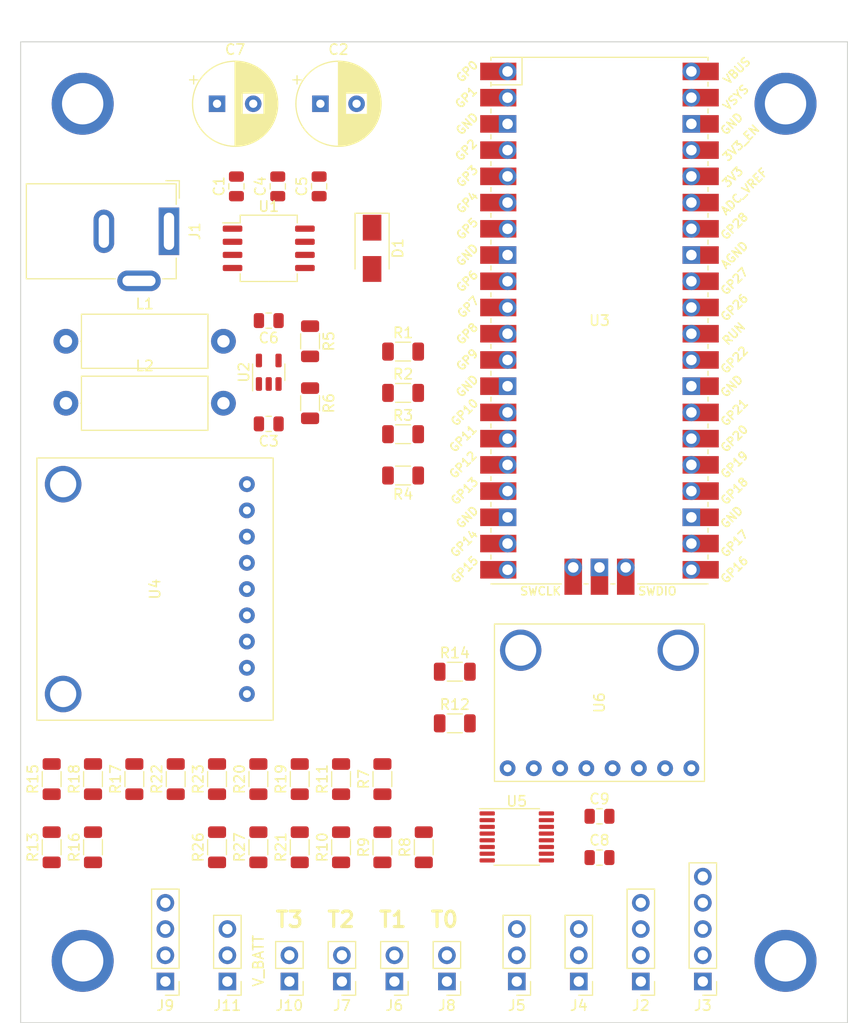
<source format=kicad_pcb>
(kicad_pcb (version 20211014) (generator pcbnew)
  (layers (0 "F.Cu" signal) (31 "B.Cu" signal) (34 "B.Paste" user) (35 "F.Paste" user) (36 "B.SilkS" user "B.Silkscreen") (37 "F.SilkS" user "F.Silkscreen") (38 "B.Mask" user) (39 "F.Mask" user) (44 "Edge.Cuts" user))
  (net 0 "")
  (net 1 "Net-(C1-Pad2)")
  (net 2 "GND")
  (net 3 "I2C_SCL")
  (net 4 "+5V")
  (net 5 "Net-(J3-Pad5)")
  (net 6 "THERM_1")
  (net 7 "THERM_2")
  (net 8 "THERM_0")
  (net 9 "Net-(J3-Pad2)")
  (net 10 "Net-(J3-Pad3)")
  (net 11 "Net-(J3-Pad4)")
  (net 12 "Net-(R15-Pad2)")
  (net 13 "I2C_SDA")
  (net 14 "Net-(R17-Pad2)")
  (net 15 "Net-(R22-Pad2)")
  (net 16 "Net-(J11-Pad2)")
  (net 17 "SPD_0")
  (net 18 "SPD_1")
  (net 19 "Net-(J10-Pad2)")
  (net 20 "+3V3")
  (net 21 "Net-(R4-Pad2)")
  (net 22 "Net-(J11-Pad3)")
  (net 23 "Net-(R1-Pad2)")
  (net 24 "Net-(R2-Pad2)")
  (net 25 "Net-(R3-Pad2)")
  (net 26 "SPI_SCK")
  (net 27 "SPI_TX")
  (net 28 "SPI_RX")
  (net 29 "I2C0_SDA")
  (net 30 "I2C0_SCL")
  (net 31 "Net-(L2-Pad1)")
  (net 32 "THERM_3")
  (net 33 "SD_DET")
  (net 34 "ACC_INT")
  (net 35 "Net-(R5-Pad2)")
  (net 40 "SD_CS")
  (net 53 "Net-(C8-Pad1)")
  (net 54 "Net-(C1-Pad1)")
  (net 55 "Net-(C3-Pad2)")
  (net 56 "Net-(D1-Pad2)")
  (net 57 "Net-(J9-Pad3)")
  (net 58 "Net-(J9-Pad4)")
  (net 62 "Net-(R26-Pad2)")
  (footprint "Resistor_SMD:R_1206_3216Metric" (layer "F.Cu") (at 23 83.4 90)
    (fp_text reference "R17" (at 0 -1.82 90) (layer "F.SilkS"))
    (fp_text value "10k")
    (pad "1" smd roundrect (at -1.4625 0 90) (size 1.125 1.75) (layers "F.Cu" "F.Paste" "F.Mask") (roundrect_rratio 0.222222) (net 58 "Net-(J9-Pad4)"))
    (pad "2" smd roundrect (at 1.4625 0 90) (size 1.125 1.75) (layers "F.Cu" "F.Paste" "F.Mask") (roundrect_rratio 0.222222) (net 14 "Net-(R17-Pad2)"))
  )
  (footprint "Resistor_SMD:R_1206_3216Metric" (layer "F.Cu") (at 19 83.4 90)
    (fp_text reference "R18" (at 0 -1.82 90) (layer "F.SilkS"))
    (fp_text value "10k")
    (pad "1" smd roundrect (at -1.4625 0 90) (size 1.125 1.75) (layers "F.Cu" "F.Paste" "F.Mask") (roundrect_rratio 0.222222) (net 14 "Net-(R17-Pad2)"))
    (pad "2" smd roundrect (at 1.4625 0 90) (size 1.125 1.75) (layers "F.Cu" "F.Paste" "F.Mask") (roundrect_rratio 0.222222) (net 2 "GND"))
  )
  (footprint "Package_SO:TSSOP-16_4.4x5mm_P0.65mm" (layer "F.Cu") (at 60 89)
    (fp_text reference "U5" (at 0 -3.45) (layer "F.SilkS"))
    (fp_text value "ADS7830")
    (pad "1" smd roundrect (at -2.8625 -2.275) (size 1.475 0.4) (layers "F.Cu" "F.Paste" "F.Mask") (net 15 "Net-(R22-Pad2)"))
    (pad "2" smd roundrect (at -2.8625 -1.625) (size 1.475 0.4) (layers "F.Cu" "F.Paste" "F.Mask") (net 62 "Net-(R26-Pad2)"))
    (pad "3" smd roundrect (at -2.8625 -0.975) (size 1.475 0.4) (layers "F.Cu" "F.Paste" "F.Mask") (net 12 "Net-(R15-Pad2)"))
    (pad "4" smd roundrect (at -2.8625 -0.325) (size 1.475 0.4) (layers "F.Cu" "F.Paste" "F.Mask") (net 14 "Net-(R17-Pad2)"))
    (pad "5" smd roundrect (at -2.8625 0.325) (size 1.475 0.4) (layers "F.Cu" "F.Paste" "F.Mask") (net 8 "THERM_0"))
    (pad "6" smd roundrect (at -2.8625 0.975) (size 1.475 0.4) (layers "F.Cu" "F.Paste" "F.Mask") (net 6 "THERM_1"))
    (pad "7" smd roundrect (at -2.8625 1.625) (size 1.475 0.4) (layers "F.Cu" "F.Paste" "F.Mask") (net 7 "THERM_2"))
    (pad "8" smd roundrect (at -2.8625 2.275) (size 1.475 0.4) (layers "F.Cu" "F.Paste" "F.Mask") (net 32 "THERM_3"))
    (pad "9" smd roundrect (at 2.8625 2.275) (size 1.475 0.4) (layers "F.Cu" "F.Paste" "F.Mask") (net 2 "GND"))
    (pad "10" smd roundrect (at 2.8625 1.625) (size 1.475 0.4) (layers "F.Cu" "F.Paste" "F.Mask") (net 53 "Net-(C8-Pad1)"))
    (pad "11" smd roundrect (at 2.8625 0.975) (size 1.475 0.4) (layers "F.Cu" "F.Paste" "F.Mask") (net 2 "GND"))
    (pad "12" smd roundrect (at 2.8625 0.325) (size 1.475 0.4) (layers "F.Cu" "F.Paste" "F.Mask") (net 2 "GND"))
    (pad "13" smd roundrect (at 2.8625 -0.325) (size 1.475 0.4) (layers "F.Cu" "F.Paste" "F.Mask") (net 2 "GND"))
    (pad "14" smd roundrect (at 2.8625 -0.975) (size 1.475 0.4) (layers "F.Cu" "F.Paste" "F.Mask") (net 3 "I2C_SCL"))
    (pad "15" smd roundrect (at 2.8625 -1.625) (size 1.475 0.4) (layers "F.Cu" "F.Paste" "F.Mask") (net 13 "I2C_SDA"))
    (pad "16" smd roundrect (at 2.8625 -2.275) (size 1.475 0.4) (layers "F.Cu" "F.Paste" "F.Mask") (net 20 "+3V3"))
  )
  (footprint "Capacitor_SMD:C_0805_2012Metric" (layer "F.Cu") (at 32.875 26 90)
    (fp_text reference "C1" (at 0 -1.68 90) (layer "F.SilkS"))
    (fp_text value "10uf")
    (pad "1" smd roundrect (at -0.95 0 90) (size 1 1.45) (layers "F.Cu" "F.Paste" "F.Mask") (net 54 "Net-(C1-Pad1)"))
    (pad "2" smd roundrect (at 0.95 0 90) (size 1 1.45) (layers "F.Cu" "F.Paste" "F.Mask") (net 1 "Net-(C1-Pad2)"))
  )
  (footprint "Resistor_SMD:R_1206_3216Metric" (layer "F.Cu") (at 43 83.4 90)
    (fp_text reference "R11" (at 0 -1.82 90) (layer "F.SilkS"))
    (fp_text value "10k")
    (pad "1" smd roundrect (at -1.4625 0 90) (size 1.125 1.75) (layers "F.Cu" "F.Paste" "F.Mask") (roundrect_rratio 0.222222) (net 8 "THERM_0"))
    (pad "2" smd roundrect (at 1.4625 0 90) (size 1.125 1.75) (layers "F.Cu" "F.Paste" "F.Mask") (roundrect_rratio 0.222222) (net 20 "+3V3"))
  )
  (footprint "Resistor_SMD:R_1206_3216Metric" (layer "F.Cu") (at 47 83.4 90)
    (fp_text reference "R7" (at 0 -1.82 90) (layer "F.SilkS"))
    (fp_text value "10k")
    (pad "1" smd roundrect (at -1.4625 0 90) (size 1.125 1.75) (layers "F.Cu" "F.Paste" "F.Mask") (roundrect_rratio 0.222222) (net 20 "+3V3"))
    (pad "2" smd roundrect (at 1.4625 0 90) (size 1.125 1.75) (layers "F.Cu" "F.Paste" "F.Mask") (roundrect_rratio 0.222222) (net 17 "SPD_0"))
  )
  (footprint "Resistor_SMD:R_1206_3216Metric" (layer "F.Cu") (at 19 90 90)
    (fp_text reference "R16" (at 0 -1.82 90) (layer "F.SilkS"))
    (fp_text value "10k")
    (pad "1" smd roundrect (at -1.4625 0 90) (size 1.125 1.75) (layers "F.Cu" "F.Paste" "F.Mask") (roundrect_rratio 0.222222) (net 12 "Net-(R15-Pad2)"))
    (pad "2" smd roundrect (at 1.4625 0 90) (size 1.125 1.75) (layers "F.Cu" "F.Paste" "F.Mask") (roundrect_rratio 0.222222) (net 2 "GND"))
  )
  (footprint "Connector_PinHeader_2.54mm:PinHeader_1x02_P2.54mm_Vertical" (layer "F.Cu") (at 38 103 180)
    (fp_text reference "J10" (at 0 -2.33) (layer "F.SilkS"))
    (fp_text value "Conn_01x02_Female")
    (pad "1" thru_hole rect (at 0 0 180) (size 1.7 1.7) (drill 1) (layers *.Cu *.Mask) (net 2 "GND"))
    (pad "2" thru_hole oval (at 0 2.54 180) (size 1.7 1.7) (drill 1) (layers *.Cu *.Mask) (net 19 "Net-(J10-Pad2)"))
  )
  (footprint "Connector_PinHeader_2.54mm:PinHeader_1x03_P2.54mm_Vertical" (layer "F.Cu") (at 60 103 180)
    (fp_text reference "J5" (at 0 -2.33) (layer "F.SilkS"))
    (fp_text value "Conn_01x03_Female")
    (pad "1" thru_hole rect (at 0 0 180) (size 1.7 1.7) (drill 1) (layers *.Cu *.Mask) (net 18 "SPD_1"))
    (pad "2" thru_hole oval (at 0 2.54 180) (size 1.7 1.7) (drill 1) (layers *.Cu *.Mask) (net 2 "GND"))
    (pad "3" thru_hole oval (at 0 5.08 180) (size 1.7 1.7) (drill 1) (layers *.Cu *.Mask) (net 20 "+3V3"))
  )
  (footprint "Module:RPi_Pico_SMD_TH" (layer "F.Cu") (at 68 39)
    (fp_text reference "U3" (at 0 0) (layer "F.SilkS"))
    (fp_text value "Pico")
    (fp_text user "GP21" (at 13.054 8.9 45) (layer "F.SilkS") (effects (font (size 0.8 0.8))))
    (fp_text user "GP28" (at 13.054 -9.144 45) (layer "F.SilkS") (effects (font (size 0.8 0.8))))
    (fp_text user "GND" (at -12.8 19.05 45) (layer "F.SilkS") (effects (font (size 0.8 0.8))))
    (fp_text user "GP8" (at -12.8 1.27 45) (layer "F.SilkS") (effects (font (size 0.8 0.8))))
    (fp_text user "GP12" (at -13.2 13.97 45) (layer "F.SilkS") (effects (font (size 0.8 0.8))))
    (fp_text user "GND" (at 12.8 -19.05 45) (layer "F.SilkS") (effects (font (size 0.8 0.8))))
    (fp_text user "GP22" (at 13.054 3.81 45) (layer "F.SilkS") (effects (font (size 0.8 0.8))))
    (fp_text user "GP10" (at -13.054 8.89 45) (layer "F.SilkS") (effects (font (size 0.8 0.8))))
    (fp_text user "GND" (at -12.8 -19.05 45) (layer "F.SilkS") (effects (font (size 0.8 0.8))))
    (fp_text user "GP4" (at -12.8 -11.43 45) (layer "F.SilkS") (effects (font (size 0.8 0.8))))
    (fp_text user "AGND" (at 13.054 -6.35 45) (layer "F.SilkS") (effects (font (size 0.8 0.8))))
    (fp_text user "GP18" (at 13.054 16.51 45) (layer "F.SilkS") (effects (font (size 0.8 0.8))))
    (fp_text user "ADC_VREF" (at 14 -12.5 45) (layer "F.SilkS") (effects (font (size 0.8 0.8))))
    (fp_text user "GP15" (at -13.054 24.13 45) (layer "F.SilkS") (effects (font (size 0.8 0.8))))
    (fp_text user "GP7" (at -12.7 -1.3 45) (layer "F.SilkS") (effects (font (size 0.8 0.8))))
    (fp_text user "SWCLK" (at -5.7 26.2) (layer "F.SilkS") (effects (font (size 0.8 0.8))))
    (fp_text user "VSYS" (at 13.2 -21.59 45) (layer "F.SilkS") (effects (font (size 0.8 0.8))))
    (fp_text user "GND" (at 12.8 19.05 45) (layer "F.SilkS") (effects (font (size 0.8 0.8))))
    (fp_text user "GND" (at -12.8 6.35 45) (layer "F.SilkS") (effects (font (size 0.8 0.8))))
    (fp_text user "GP3" (at -12.8 -13.97 45) (layer "F.SilkS") (effects (font (size 0.8 0.8))))
    (fp_text user "GP13" (at -13.054 16.51 45) (layer "F.SilkS") (effects (font (size 0.8 0.8))))
    (fp_text user "GP11" (at -13.2 11.43 45) (layer "F.SilkS") (effects (font (size 0.8 0.8))))
    (fp_text user "GP14" (at -13.1 21.59 45) (layer "F.SilkS") (effects (font (size 0.8 0.8))))
    (fp_text user "GP6" (at -12.8 -3.81 45) (layer "F.SilkS") (effects (font (size 0.8 0.8))))
    (fp_text user "GND" (at 12.8 6.35 45) (layer "F.SilkS") (effects (font (size 0.8 0.8))))
    (fp_text user "GP2" (at -12.9 -16.51 45) (layer "F.SilkS") (effects (font (size 0.8 0.8))))
    (fp_text user "SWDIO" (at 5.6 26.2) (layer "F.SilkS") (effects (font (size 0.8 0.8))))
    (fp_text user "RUN" (at 13 1.27 45) (layer "F.SilkS") (effects (font (size 0.8 0.8))))
    (fp_text user "GP26" (at 13.054 -1.27 45) (layer "F.SilkS") (effects (font (size 0.8 0.8))))
    (fp_text user "GP1" (at -12.9 -21.6 45) (layer "F.SilkS") (effects (font (size 0.8 0.8))))
    (fp_text user "GP27" (at 13.054 -3.8 45) (layer "F.SilkS") (effects (font (size 0.8 0.8))))
    (fp_text user "GP9" (at -12.8 3.81 45) (layer "F.SilkS") (effects (font (size 0.8 0.8))))
    (fp_text user "3V3" (at 12.9 -13.9 45) (layer "F.SilkS") (effects (font (size 0.8 0.8))))
    (fp_text user "GP20" (at 13.054 11.43 45) (layer "F.SilkS") (effects (font (size 0.8 0.8))))
    (fp_text user "GP19" (at 13.054 13.97 45) (layer "F.SilkS") (effects (font (size 0.8 0.8))))
    (fp_text user "GP17" (at 13.054 21.59 45) (layer "F.SilkS") (effects (font (size 0.8 0.8))))
    (fp_text user "GP5" (at -12.8 -8.89 45) (layer "F.SilkS") (effects (font (size 0.8 0.8))))
    (fp_text user "GP0" (at -12.8 -24.13 45) (layer "F.SilkS") (effects (font (size 0.8 0.8))))
    (fp_text user "GP16" (at 13.054 24.13 45) (layer "F.SilkS") (effects (font (size 0.8 0.8))))
    (fp_text user "GND" (at -12.8 -6.35 45) (layer "F.SilkS") (effects (font (size 0.8 0.8))))
    (fp_text user "VBUS" (at 13.3 -24.2 45) (layer "F.SilkS") (effects (font (size 0.8 0.8))))
    (fp_text user "3V3_EN" (at 13.7 -17.2 45) (layer "F.SilkS") (effects (font (size 0.8 0.8))))
    (pad "" np_thru_hole oval (at 2.425 -20.97) (size 1.5 1.5) (drill 1.5) (layers *.Cu *.Mask))
    (pad "" np_thru_hole oval (at -2.425 -20.97) (size 1.5 1.5) (drill 1.5) (layers *.Cu *.Mask))
    (pad "" np_thru_hole oval (at 2.725 -24) (size 1.8 1.8) (drill 1.8) (layers *.Cu *.Mask))
    (pad "" np_thru_hole oval (at -2.725 -24) (size 1.8 1.8) (drill 1.8) (layers *.Cu *.Mask))
    (pad "1" thru_hole oval (at -8.89 -24.13) (size 1.7 1.7) (drill 1.02) (layers *.Cu *.Mask))
    (pad "1" smd rect (at -8.89 -24.13) (size 3.5 1.7) (drill (offset -0.9 0)) (layers "F.Cu" "F.Mask"))
    (pad "2" smd rect (at -8.89 -21.59) (size 3.5 1.7) (drill (offset -0.9 0)) (layers "F.Cu" "F.Mask"))
    (pad "2" thru_hole oval (at -8.89 -21.59) (size 1.7 1.7) (drill 1.02) (layers *.Cu *.Mask))
    (pad "3" thru_hole rect (at -8.89 -19.05) (size 1.7 1.7) (drill 1.02) (layers *.Cu *.Mask) (net 2 "GND"))
    (pad "3" smd rect (at -8.89 -19.05) (size 3.5 1.7) (drill (offset -0.9 0)) (layers "F.Cu" "F.Mask") (net 2 "GND"))
    (pad "4" thru_hole oval (at -8.89 -16.51) (size 1.7 1.7) (drill 1.02) (layers *.Cu *.Mask))
    (pad "4" smd rect (at -8.89 -16.51) (size 3.5 1.7) (drill (offset -0.9 0)) (layers "F.Cu" "F.Mask"))
    (pad "5" smd rect (at -8.89 -13.97) (size 3.5 1.7) (drill (offset -0.9 0)) (layers "F.Cu" "F.Mask"))
    (pad "5" thru_hole oval (at -8.89 -13.97) (size 1.7 1.7) (drill 1.02) (layers *.Cu *.Mask))
    (pad "6" thru_hole oval (at -8.89 -11.43) (size 1.7 1.7) (drill 1.02) (layers *.Cu *.Mask))
    (pad "6" smd rect (at -8.89 -11.43) (size 3.5 1.7) (drill (offset -0.9 0)) (layers "F.Cu" "F.Mask"))
    (pad "7" smd rect (at -8.89 -8.89) (size 3.5 1.7) (drill (offset -0.9 0)) (layers "F.Cu" "F.Mask"))
    (pad "7" thru_hole oval (at -8.89 -8.89) (size 1.7 1.7) (drill 1.02) (layers *.Cu *.Mask))
    (pad "8" thru_hole rect (at -8.89 -6.35) (size 1.7 1.7) (drill 1.02) (layers *.Cu *.Mask) (net 2 "GND"))
    (pad "8" smd rect (at -8.89 -6.35) (size 3.5 1.7) (drill (offset -0.9 0)) (layers "F.Cu" "F.Mask") (net 2 "GND"))
    (pad "9" smd rect (at -8.89 -3.81) (size 3.5 1.7) (drill (offset -0.9 0)) (layers "F.Cu" "F.Mask") (net 23 "Net-(R1-Pad2)"))
    (pad "9" thru_hole oval (at -8.89 -3.81) (size 1.7 1.7) (drill 1.02) (layers *.Cu *.Mask) (net 23 "Net-(R1-Pad2)"))
    (pad "10" smd rect (at -8.89 -1.27) (size 3.5 1.7) (drill (offset -0.9 0)) (layers "F.Cu" "F.Mask") (net 24 "Net-(R2-Pad2)"))
    (pad "10" thru_hole oval (at -8.89 -1.27) (size 1.7 1.7) (drill 1.02) (layers *.Cu *.Mask) (net 24 "Net-(R2-Pad2)"))
    (pad "11" thru_hole oval (at -8.89 1.27) (size 1.7 1.7) (drill 1.02) (layers *.Cu *.Mask) (net 25 "Net-(R3-Pad2)"))
    (pad "11" smd rect (at -8.89 1.27) (size 3.5 1.7) (drill (offset -0.9 0)) (layers "F.Cu" "F.Mask") (net 25 "Net-(R3-Pad2)"))
    (pad "12" smd rect (at -8.89 3.81) (size 3.5 1.7) (drill (offset -0.9 0)) (layers "F.Cu" "F.Mask") (net 21 "Net-(R4-Pad2)"))
    (pad "12" thru_hole oval (at -8.89 3.81) (size 1.7 1.7) (drill 1.02) (layers *.Cu *.Mask) (net 21 "Net-(R4-Pad2)"))
    (pad "13" smd rect (at -8.89 6.35) (size 3.5 1.7) (drill (offset -0.9 0)) (layers "F.Cu" "F.Mask") (net 2 "GND"))
    (pad "13" thru_hole rect (at -8.89 6.35) (size 1.7 1.7) (drill 1.02) (layers *.Cu *.Mask) (net 2 "GND"))
    (pad "14" smd rect (at -8.89 8.89) (size 3.5 1.7) (drill (offset -0.9 0)) (layers "F.Cu" "F.Mask") (net 26 "SPI_SCK"))
    (pad "14" thru_hole oval (at -8.89 8.89) (size 1.7 1.7) (drill 1.02) (layers *.Cu *.Mask) (net 26 "SPI_SCK"))
    (pad "15" smd rect (at -8.89 11.43) (size 3.5 1.7) (drill (offset -0.9 0)) (layers "F.Cu" "F.Mask") (net 27 "SPI_TX"))
    (pad "15" thru_hole oval (at -8.89 11.43) (size 1.7 1.7) (drill 1.02) (layers *.Cu *.Mask) (net 27 "SPI_TX"))
    (pad "16" smd rect (at -8.89 13.97) (size 3.5 1.7) (drill (offset -0.9 0)) (layers "F.Cu" "F.Mask") (net 28 "SPI_RX"))
    (pad "16" thru_hole oval (at -8.89 13.97) (size 1.7 1.7) (drill 1.02) (layers *.Cu *.Mask) (net 28 "SPI_RX"))
    (pad "17" smd rect (at -8.89 16.51) (size 3.5 1.7) (drill (offset -0.9 0)) (layers "F.Cu" "F.Mask") (net 40 "SD_CS"))
    (pad "17" thru_hole oval (at -8.89 16.51) (size 1.7 1.7) (drill 1.02) (layers *.Cu *.Mask) (net 40 "SD_CS"))
    (pad "18" thru_hole rect (at -8.89 19.05) (size 1.7 1.7) (drill 1.02) (layers *.Cu *.Mask) (net 2 "GND"))
    (pad "18" smd rect (at -8.89 19.05) (size 3.5 1.7) (drill (offset -0.9 0)) (layers "F.Cu" "F.Mask") (net 2 "GND"))
    (pad "19" smd rect (at -8.89 21.59) (size 3.5 1.7) (drill (offset -0.9 0)) (layers "F.Cu" "F.Mask") (net 29 "I2C0_SDA"))
    (pad "19" thru_hole oval (at -8.89 21.59) (size 1.7 1.7) (drill 1.02) (layers *.Cu *.Mask) (net 29 "I2C0_SDA"))
    (pad "20" smd rect (at -8.89 24.13) (size 3.5 1.7) (drill (offset -0.9 0)) (layers "F.Cu" "F.Mask") (net 30 "I2C0_SCL"))
    (pad "20" thru_hole oval (at -8.89 24.13) (size 1.7 1.7) (drill 1.02) (layers *.Cu *.Mask) (net 30 "I2C0_SCL"))
    (pad "21" thru_hole oval (at 8.89 24.13) (size 1.7 1.7) (drill 1.02) (layers *.Cu *.Mask) (net 13 "I2C_SDA"))
    (pad "21" smd rect (at 8.89 24.13) (size 3.5 1.7) (drill (offset 0.9 0)) (layers "F.Cu" "F.Mask") (net 13 "I2C_SDA"))
    (pad "22" thru_hole oval (at 8.89 21.59) (size 1.7 1.7) (drill 1.02) (layers *.Cu *.Mask) (net 3 "I2C_SCL"))
    (pad "22" smd rect (at 8.89 21.59) (size 3.5 1.7) (drill (offset 0.9 0)) (layers "F.Cu" "F.Mask") (net 3 "I2C_SCL"))
    (pad "23" smd rect (at 8.89 19.05) (size 3.5 1.7) (drill (offset 0.9 0)) (layers "F.Cu" "F.Mask") (net 2 "GND"))
    (pad "23" thru_hole rect (at 8.89 19.05) (size 1.7 1.7) (drill 1.02) (layers *.Cu *.Mask) (net 2 "GND"))
    (pad "24" smd rect (at 8.89 16.51) (size 3.5 1.7) (drill (offset 0.9 0)) (layers "F.Cu" "F.Mask"))
    (pad "24" thru_hole oval (at 8.89 16.51) (size 1.7 1.7) (drill 1.02) (layers *.Cu *.Mask))
    (pad "25" thru_hole oval (at 8.89 13.97) (size 1.7 1.7) (drill 1.02) (layers *.Cu *.Mask) (net 18 "SPD_1"))
    (pad "25" smd rect (at 8.89 13.97) (size 3.5 1.7) (drill (offset 0.9 0)) (layers "F.Cu" "F.Mask") (net 18 "SPD_1"))
    (pad "26" smd rect (at 8.89 11.43) (size 3.5 1.7) (drill (offset 0.9 0)) (layers "F.Cu" "F.Mask") (net 17 "SPD_0"))
    (pad "26" thru_hole oval (at 8.89 11.43) (size 1.7 1.7) (drill 1.02) (layers *.Cu *.Mask) (net 17 "SPD_0"))
    (pad "27" smd rect (at 8.89 8.89) (size 3.5 1.7) (drill (offset 0.9 0)) (layers "F.Cu" "F.Mask") (net 34 "ACC_INT"))
    (pad "27" thru_hole oval (at 8.89 8.89) (size 1.7 1.7) (drill 1.02) (layers *.Cu *.Mask) (net 34 "ACC_INT"))
    (pad "28" thru_hole rect (at 8.89 6.35) (size 1.7 1.7) (drill 1.02) (layers *.Cu *.Mask) (net 2 "GND"))
    (pad "28" smd rect (at 8.89 6.35) (size 3.5 1.7) (drill (offset 0.9 0)) (layers "F.Cu" "F.Mask") (net 2 "GND"))
    (pad "29" thru_hole oval (at 8.89 3.81) (size 1.7 1.7) (drill 1.02) (layers *.Cu *.Mask) (net 33 "SD_DET"))
    (pad "29" smd rect (at 8.89 3.81) (size 3.5 1.7) (drill (offset 0.9 0)) (layers "F.Cu" "F.Mask") (net 33 "SD_DET"))
    (pad "30" smd rect (at 8.89 1.27) (size 3.5 1.7) (drill (offset 0.9 0)) (layers "F.Cu" "F.Mask"))
    (pad "30" thru_hole oval (at 8.89 1.27) (size 1.7 1.7) (drill 1.02) (layers *.Cu *.Mask))
    (pad "31" smd rect (at 8.89 -1.27) (size 3.5 1.7) (drill (offset 0.9 0)) (layers "F.Cu" "F.Mask"))
    (pad "31" thru_hole oval (at 8.89 -1.27) (size 1.7 1.7) (drill 1.02) (layers *.Cu *.Mask))
    (pad "32" thru_hole oval (at 8.89 -3.81) (size 1.7 1.7) (drill 1.02) (layers *.Cu *.Mask))
    (pad "32" smd rect (at 8.89 -3.81) (size 3.5 1.7) (drill (offset 0.9 0)) (layers "F.Cu" "F.Mask"))
    (pad "33" smd rect (at 8.89 -6.35) (size 3.5 1.7) (drill (offset 0.9 0)) (layers "F.Cu" "F.Mask"))
    (pad "33" thru_hole rect (at 8.89 -6.35) (size 1.7 1.7) (drill 1.02) (layers *.Cu *.Mask))
    (pad "34" smd rect (at 8.89 -8.89) (size 3.5 1.7) (drill (offset 0.9 0)) (layers "F.Cu" "F.Mask"))
    (pad "34" thru_hole oval (at 8.89 -8.89) (size 1.7 1.7) (drill 1.02) (layers *.Cu *.Mask))
    (pad "35" smd rect (at 8.89 -11.43) (size 3.5 1.7) (drill (offset 0.9 0)) (layers "F.Cu" "F.Mask"))
    (pad "35" thru_hole oval (at 8.89 -11.43) (size 1.7 1.7) (drill 1.02) (layers *.Cu *.Mask))
    (pad "36" smd rect (at 8.89 -13.97) (size 3.5 1.7) (drill (offset 0.9 0)) (layers "F.Cu" "F.Mask"))
    (pad "36" thru_hole oval (at 8.89 -13.97) (size 1.7 1.7) (drill 1.02) (layers *.Cu *.Mask))
    (pad "37" smd rect (at 8.89 -16.51) (size 3.5 1.7) (drill (offset 0.9 0)) (layers "F.Cu" "F.Mask"))
    (pad "37" thru_hole oval (at 8.89 -16.51) (size 1.7 1.7) (drill 1.02) (layers *.Cu *.Mask))
    (pad "38" thru_hole rect (at 8.89 -19.05) (size 1.7 1.7) (drill 1.02) (layers *.Cu *.Mask) (net 2 "GND"))
    (pad "38" smd rect (at 8.89 -19.05) (size 3.5 1.7) (drill (offset 0.9 0)) (layers "F.Cu" "F.Mask") (net 2 "GND"))
    (pad "39" smd rect (at 8.89 -21.59) (size 3.5 1.7) (drill (offset 0.9 0)) (layers "F.Cu" "F.Mask") (net 4 "+5V"))
    (pad "39" thru_hole oval (at 8.89 -21.59) (size 1.7 1.7) (drill 1.02) (layers *.Cu *.Mask) (net 4 "+5V"))
    (pad "40" thru_hole oval (at 8.89 -24.13) (size 1.7 1.7) (drill 1.02) (layers *.Cu *.Mask))
    (pad "40" smd rect (at 8.89 -24.13) (size 3.5 1.7) (drill (offset 0.9 0)) (layers "F.Cu" "F.Mask"))
    (pad "41" thru_hole oval (at -2.54 23.9) (size 1.7 1.7) (drill 1.02) (layers *.Cu *.Mask))
    (pad "41" smd rect (at -2.54 23.9 90) (size 3.5 1.7) (drill (offset -0.9 0)) (layers "F.Cu" "F.Mask"))
    (pad "42" smd rect (at 0 23.9 90) (size 3.5 1.7) (drill (offset -0.9 0)) (layers "F.Cu" "F.Mask"))
    (pad "42" thru_hole rect (at 0 23.9) (size 1.7 1.7) (drill 1.02) (layers *.Cu *.Mask))
    (pad "43" thru_hole oval (at 2.54 23.9) (size 1.7 1.7) (drill 1.02) (layers *.Cu *.Mask))
    (pad "43" smd rect (at 2.54 23.9 90) (size 3.5 1.7) (drill (offset -0.9 0)) (layers "F.Cu" "F.Mask"))
  )
  (footprint "Inductor_THT:L_Axial_L12.0mm_D5.0mm_P15.24mm_Horizontal_Fastron_MISC" (layer "F.Cu") (at 16.38 41)
    (fp_text reference "L1" (at 7.62 -3.62) (layer "F.SilkS"))
    (fp_text value "47uh")
    (pad "1" thru_hole circle (at 0 0) (size 2.4 2.4) (drill 1.2) (layers *.Cu *.Mask) (net 56 "Net-(D1-Pad2)"))
    (pad "2" thru_hole oval (at 15.24 0) (size 2.4 2.4) (drill 1.2) (layers *.Cu *.Mask) (net 4 "+5V"))
  )
  (footprint "Capacitor_SMD:C_0805_2012Metric" (layer "F.Cu") (at 68 87)
    (fp_text reference "C9" (at 0 -1.68) (layer "F.SilkS"))
    (fp_text value "10uf")
    (pad "1" smd roundrect (at -0.95 0) (size 1 1.45) (layers "F.Cu" "F.Paste" "F.Mask") (net 20 "+3V3"))
    (pad "2" smd roundrect (at 0.95 0) (size 1 1.45) (layers "F.Cu" "F.Paste" "F.Mask") (net 2 "GND"))
  )
  (footprint "Connector_PinHeader_2.54mm:PinHeader_1x04_P2.54mm_Vertical" (layer "F.Cu") (at 26 103 180)
    (fp_text reference "J9" (at 0 -2.33) (layer "F.SilkS"))
    (fp_text value "Conn_01x04_Female")
    (pad "1" thru_hole rect (at 0 0 180) (size 1.7 1.7) (drill 1) (layers *.Cu *.Mask) (net 4 "+5V"))
    (pad "2" thru_hole oval (at 0 2.54 180) (size 1.7 1.7) (drill 1) (layers *.Cu *.Mask) (net 2 "GND"))
    (pad "3" thru_hole oval (at 0 5.08 180) (size 1.7 1.7) (drill 1) (layers *.Cu *.Mask) (net 57 "Net-(J9-Pad3)"))
    (pad "4" thru_hole oval (at 0 7.62 180) (size 1.7 1.7) (drill 1) (layers *.Cu *.Mask) (net 58 "Net-(J9-Pad4)"))
  )
  (footprint "Resistor_SMD:R_1206_3216Metric" (layer "F.Cu") (at 15 83.4 90)
    (fp_text reference "R15" (at 0 -1.82 90) (layer "F.SilkS"))
    (fp_text value "10k")
    (pad "1" smd roundrect (at -1.4625 0 90) (size 1.125 1.75) (layers "F.Cu" "F.Paste" "F.Mask") (roundrect_rratio 0.222222) (net 57 "Net-(J9-Pad3)"))
    (pad "2" smd roundrect (at 1.4625 0 90) (size 1.125 1.75) (layers "F.Cu" "F.Paste" "F.Mask") (roundrect_rratio 0.222222) (net 12 "Net-(R15-Pad2)"))
  )
  (footprint "Inductor_THT:L_Axial_L12.0mm_D5.0mm_P15.24mm_Horizontal_Fastron_MISC" (layer "F.Cu") (at 16.38 47)
    (fp_text reference "L2" (at 7.62 -3.62) (layer "F.SilkS"))
    (fp_text value "47uh")
    (pad "1" thru_hole circle (at 0 0) (size 2.4 2.4) (drill 1.2) (layers *.Cu *.Mask) (net 31 "Net-(L2-Pad1)"))
    (pad "2" thru_hole oval (at 15.24 0) (size 2.4 2.4) (drill 1.2) (layers *.Cu *.Mask) (net 20 "+3V3"))
  )
  (footprint "Resistor_SMD:R_1206_3216Metric" (layer "F.Cu") (at 31 83.4 90)
    (fp_text reference "R23" (at 0 -1.82 90) (layer "F.SilkS"))
    (fp_text value "10k")
    (pad "1" smd roundrect (at -1.4625 0 90) (size 1.125 1.75) (layers "F.Cu" "F.Paste" "F.Mask") (roundrect_rratio 0.222222) (net 15 "Net-(R22-Pad2)"))
    (pad "2" smd roundrect (at 1.4625 0 90) (size 1.125 1.75) (layers "F.Cu" "F.Paste" "F.Mask") (roundrect_rratio 0.222222) (net 2 "GND"))
  )
  (footprint "Connector_PinHeader_2.54mm:PinHeader_1x03_P2.54mm_Vertical" (layer "F.Cu") (at 66 103 180)
    (fp_text reference "J4" (at 0 -2.33) (layer "F.SilkS"))
    (fp_text value "Conn_01x03_Female")
    (pad "1" thru_hole rect (at 0 0 180) (size 1.7 1.7) (drill 1) (layers *.Cu *.Mask) (net 17 "SPD_0"))
    (pad "2" thru_hole oval (at 0 2.54 180) (size 1.7 1.7) (drill 1) (layers *.Cu *.Mask) (net 2 "GND"))
    (pad "3" thru_hole oval (at 0 5.08 180) (size 1.7 1.7) (drill 1) (layers *.Cu *.Mask) (net 20 "+3V3"))
  )
  (footprint "Resistor_SMD:R_1206_3216Metric" (layer "F.Cu") (at 49 54 180)
    (fp_text reference "R4" (at 0 -1.82) (layer "F.SilkS"))
    (fp_text value "10k")
    (pad "1" smd roundrect (at -1.4625 0 180) (size 1.125 1.75) (layers "F.Cu" "F.Paste" "F.Mask") (roundrect_rratio 0.222222) (net 9 "Net-(J3-Pad2)"))
    (pad "2" smd roundrect (at 1.4625 0 180) (size 1.125 1.75) (layers "F.Cu" "F.Paste" "F.Mask") (roundrect_rratio 0.222222) (net 21 "Net-(R4-Pad2)"))
  )
  (footprint "Connector_PinHeader_2.54mm:PinHeader_1x02_P2.54mm_Vertical" (layer "F.Cu") (at 53.24 103 180)
    (fp_text reference "J8" (at 0 -2.33) (layer "F.SilkS"))
    (fp_text value "Conn_01x02_Female")
    (pad "1" thru_hole rect (at 0 0 180) (size 1.7 1.7) (drill 1) (layers *.Cu *.Mask) (net 2 "GND"))
    (pad "2" thru_hole oval (at 0 2.54 180) (size 1.7 1.7) (drill 1) (layers *.Cu *.Mask) (net 8 "THERM_0"))
  )
  (footprint "Resistor_SMD:R_1206_3216Metric" (layer "F.Cu") (at 49 42)
    (fp_text reference "R1" (at 0 -1.82) (layer "F.SilkS"))
    (fp_text value "10k")
    (pad "1" smd roundrect (at -1.4625 0) (size 1.125 1.75) (layers "F.Cu" "F.Paste" "F.Mask") (roundrect_rratio 0.222222) (net 5 "Net-(J3-Pad5)"))
    (pad "2" smd roundrect (at 1.4625 0) (size 1.125 1.75) (layers "F.Cu" "F.Paste" "F.Mask") (roundrect_rratio 0.222222) (net 23 "Net-(R1-Pad2)"))
  )
  (footprint "Resistor_SMD:R_1206_3216Metric" (layer "F.Cu") (at 15 90 90)
    (fp_text reference "R13" (at 0 -1.82 90) (layer "F.SilkS"))
    (fp_text value "10k")
    (pad "1" smd roundrect (at -1.4625 0 90) (size 1.125 1.75) (layers "F.Cu" "F.Paste" "F.Mask") (roundrect_rratio 0.222222) (net 2 "GND"))
    (pad "2" smd roundrect (at 1.4625 0 90) (size 1.125 1.75) (layers "F.Cu" "F.Paste" "F.Mask") (roundrect_rratio 0.222222) (net 57 "Net-(J9-Pad3)"))
  )
  (footprint "Connector_PinHeader_2.54mm:PinHeader_1x05_P2.54mm_Vertical" (layer "F.Cu") (at 78 103 180)
    (fp_text reference "J3" (at 0 -2.33) (layer "F.SilkS"))
    (fp_text value "Conn_01x05_Female")
    (pad "1" thru_hole rect (at 0 0 180) (size 1.7 1.7) (drill 1) (layers *.Cu *.Mask) (net 2 "GND"))
    (pad "2" thru_hole oval (at 0 2.54 180) (size 1.7 1.7) (drill 1) (layers *.Cu *.Mask) (net 9 "Net-(J3-Pad2)"))
    (pad "3" thru_hole oval (at 0 5.08 180) (size 1.7 1.7) (drill 1) (layers *.Cu *.Mask) (net 10 "Net-(J3-Pad3)"))
    (pad "4" thru_hole oval (at 0 7.62 180) (size 1.7 1.7) (drill 1) (layers *.Cu *.Mask) (net 11 "Net-(J3-Pad4)"))
    (pad "5" thru_hole oval (at 0 10.16 180) (size 1.7 1.7) (drill 1) (layers *.Cu *.Mask) (net 5 "Net-(J3-Pad5)"))
  )
  (footprint "Capacitor_THT:CP_Radial_D8.0mm_P3.50mm" (layer "F.Cu") (at 41 18)
    (fp_text reference "C2" (at 1.75 -5.25) (layer "F.SilkS"))
    (fp_text value "47uf")
    (pad "1" thru_hole rect (at 0 0) (size 1.6 1.6) (drill 0.8) (layers *.Cu *.Mask) (net 1 "Net-(C1-Pad2)"))
    (pad "2" thru_hole circle (at 3.5 0) (size 1.6 1.6) (drill 0.8) (layers *.Cu *.Mask) (net 2 "GND"))
  )
  (footprint "Resistor_SMD:R_1206_3216Metric" (layer "F.Cu") (at 31 90 90)
    (fp_text reference "R26" (at 0 -1.82 90) (layer "F.SilkS"))
    (fp_text value "68k")
    (pad "1" smd roundrect (at -1.4625 0 90) (size 1.125 1.75) (layers "F.Cu" "F.Paste" "F.Mask") (roundrect_rratio 0.222222) (net 22 "Net-(J11-Pad3)"))
    (pad "2" smd roundrect (at 1.4625 0 90) (size 1.125 1.75) (layers "F.Cu" "F.Paste" "F.Mask") (roundrect_rratio 0.222222) (net 62 "Net-(R26-Pad2)"))
  )
  (footprint "Resistor_SMD:R_1206_3216Metric" (layer "F.Cu") (at 47 90 90)
    (fp_text reference "R9" (at 0 -1.82 90) (layer "F.SilkS"))
    (fp_text value "10k")
    (pad "1" smd roundrect (at -1.4625 0 90) (size 1.125 1.75) (layers "F.Cu" "F.Paste" "F.Mask") (roundrect_rratio 0.222222) (net 6 "THERM_1"))
    (pad "2" smd roundrect (at 1.4625 0 90) (size 1.125 1.75) (layers "F.Cu" "F.Paste" "F.Mask") (roundrect_rratio 0.222222) (net 20 "+3V3"))
  )
  (footprint "Connector_PinHeader_2.54mm:PinHeader_1x02_P2.54mm_Vertical" (layer "F.Cu") (at 48.16 103 180)
    (fp_text reference "J6" (at 0 -2.33) (layer "F.SilkS"))
    (fp_text value "Conn_01x02_Female")
    (pad "1" thru_hole rect (at 0 0 180) (size 1.7 1.7) (drill 1) (layers *.Cu *.Mask) (net 2 "GND"))
    (pad "2" thru_hole oval (at 0 2.54 180) (size 1.7 1.7) (drill 1) (layers *.Cu *.Mask) (net 6 "THERM_1"))
  )
  (footprint "Resistor_SMD:R_1206_3216Metric" (layer "F.Cu") (at 43 90 90)
    (fp_text reference "R10" (at 0 -1.82 90) (layer "F.SilkS"))
    (fp_text value "10k")
    (pad "1" smd roundrect (at -1.4625 0 90) (size 1.125 1.75) (layers "F.Cu" "F.Paste" "F.Mask") (roundrect_rratio 0.222222) (net 7 "THERM_2"))
    (pad "2" smd roundrect (at 1.4625 0 90) (size 1.125 1.75) (layers "F.Cu" "F.Paste" "F.Mask") (roundrect_rratio 0.222222) (net 20 "+3V3"))
  )
  (footprint "Connector_PinHeader_2.54mm:PinHeader_1x03_P2.54mm_Vertical" (layer "F.Cu") (at 32 103 180)
    (fp_text reference "J11" (at 0 -2.33) (layer "F.SilkS"))
    (fp_text value "Conn_01x02_Female")
    (pad "1" thru_hole rect (at 0 0 180) (size 1.7 1.7) (drill 1) (layers *.Cu *.Mask) (net 2 "GND"))
    (pad "2" thru_hole oval (at 0 2.54 180) (size 1.7 1.7) (drill 1) (layers *.Cu *.Mask) (net 16 "Net-(J11-Pad2)"))
    (pad "3" thru_hole oval (at 0 5.08 180) (size 1.7 1.7) (drill 1) (layers *.Cu *.Mask) (net 22 "Net-(J11-Pad3)"))
  )
  (footprint "Capacitor_SMD:C_0805_2012Metric" (layer "F.Cu") (at 40.875 26 90)
    (fp_text reference "C5" (at 0 -1.68 90) (layer "F.SilkS"))
    (fp_text value "10uf")
    (pad "1" smd roundrect (at -0.95 0 90) (size 1 1.45) (layers "F.Cu" "F.Paste" "F.Mask") (net 4 "+5V"))
    (pad "2" smd roundrect (at 0.95 0 90) (size 1 1.45) (layers "F.Cu" "F.Paste" "F.Mask") (net 2 "GND"))
  )
  (footprint "Capacitor_SMD:C_0805_2012Metric" (layer "F.Cu") (at 36.875 26 90)
    (fp_text reference "C4" (at 0 -1.68 90) (layer "F.SilkS"))
    (fp_text value "10uf")
    (pad "1" smd roundrect (at -0.95 0 90) (size 1 1.45) (layers "F.Cu" "F.Paste" "F.Mask") (net 1 "Net-(C1-Pad2)"))
    (pad "2" smd roundrect (at 0.95 0 90) (size 1 1.45) (layers "F.Cu" "F.Paste" "F.Mask") (net 2 "GND"))
  )
  (footprint "Resistor_SMD:R_1206_3216Metric" (layer "F.Cu") (at 51 90 90)
    (fp_text reference "R8" (at 0 -1.82 90) (layer "F.SilkS"))
    (fp_text value "10k")
    (pad "1" smd roundrect (at -1.4625 0 90) (size 1.125 1.75) (layers "F.Cu" "F.Paste" "F.Mask") (roundrect_rratio 0.222222) (net 20 "+3V3"))
    (pad "2" smd roundrect (at 1.4625 0 90) (size 1.125 1.75) (layers "F.Cu" "F.Paste" "F.Mask") (roundrect_rratio 0.222222) (net 18 "SPD_1"))
  )
  (footprint "Resistor_SMD:R_1206_3216Metric" (layer "F.Cu") (at 49 46)
    (fp_text reference "R2" (at 0 -1.82) (layer "F.SilkS"))
    (fp_text value "10k")
    (pad "1" smd roundrect (at -1.4625 0) (size 1.125 1.75) (layers "F.Cu" "F.Paste" "F.Mask") (roundrect_rratio 0.222222) (net 11 "Net-(J3-Pad4)"))
    (pad "2" smd roundrect (at 1.4625 0) (size 1.125 1.75) (layers "F.Cu" "F.Paste" "F.Mask") (roundrect_rratio 0.222222) (net 24 "Net-(R2-Pad2)"))
  )
  (footprint "Connector_PinHeader_2.54mm:PinHeader_1x04_P2.54mm_Vertical" (layer "F.Cu") (at 72 103 180)
    (fp_text reference "J2" (at 0 -2.33) (layer "F.SilkS"))
    (fp_text value "Conn_01x04_Female")
    (pad "1" thru_hole rect (at 0 0 180) (size 1.7 1.7) (drill 1) (layers *.Cu *.Mask) (net 20 "+3V3"))
    (pad "2" thru_hole oval (at 0 2.54 180) (size 1.7 1.7) (drill 1) (layers *.Cu *.Mask) (net 2 "GND"))
    (pad "3" thru_hole oval (at 0 5.08 180) (size 1.7 1.7) (drill 1) (layers *.Cu *.Mask) (net 30 "I2C0_SCL"))
    (pad "4" thru_hole oval (at 0 7.62 180) (size 1.7 1.7) (drill 1) (layers *.Cu *.Mask) (net 29 "I2C0_SDA"))
  )
  (footprint "Package_SO:SO-8_5.3x6.2mm_P1.27mm" (layer "F.Cu") (at 36 32)
    (fp_text reference "U1" (at 0 -4.05) (layer "F.SilkS"))
    (fp_text value "XL2001E1")
    (pad "1" smd roundrect (at -3.5 -1.905) (size 1.9 0.6) (layers "F.Cu" "F.Paste" "F.Mask") (net 4 "+5V"))
    (pad "2" smd roundrect (at -3.5 -0.635) (size 1.9 0.6) (layers "F.Cu" "F.Paste" "F.Mask"))
    (pad "3" smd roundrect (at -3.5 0.635) (size 1.9 0.6) (layers "F.Cu" "F.Paste" "F.Mask") (net 54 "Net-(C1-Pad1)"))
    (pad "4" smd roundrect (at -3.5 1.905) (size 1.9 0.6) (layers "F.Cu" "F.Paste" "F.Mask") (net 1 "Net-(C1-Pad2)"))
    (pad "5" smd roundrect (at 3.5 1.905) (size 1.9 0.6) (layers "F.Cu" "F.Paste" "F.Mask") (net 56 "Net-(D1-Pad2)"))
    (pad "6" smd roundrect (at 3.5 0.635) (size 1.9 0.6) (layers "F.Cu" "F.Paste" "F.Mask") (net 56 "Net-(D1-Pad2)"))
    (pad "7" smd roundrect (at 3.5 -0.635) (size 1.9 0.6) (layers "F.Cu" "F.Paste" "F.Mask") (net 2 "GND"))
    (pad "8" smd roundrect (at 3.5 -1.905) (size 1.9 0.6) (layers "F.Cu" "F.Paste" "F.Mask") (net 2 "GND"))
  )
  (footprint "Capacitor_SMD:C_0805_2012Metric" (layer "F.Cu") (at 36 49 180)
    (fp_text reference "C3" (at 0 -1.68) (layer "F.SilkS"))
    (fp_text value "10uf")
    (pad "1" smd roundrect (at -0.95 0 180) (size 1 1.45) (layers "F.Cu" "F.Paste" "F.Mask") (net 4 "+5V"))
    (pad "2" smd roundrect (at 0.95 0 180) (size 1 1.45) (layers "F.Cu" "F.Paste" "F.Mask") (net 55 "Net-(C3-Pad2)"))
  )
  (footprint "Package_TO_SOT_SMD:SOT-23-5" (layer "F.Cu") (at 36 44 90)
    (fp_text reference "U2" (at 0 -2.4 90) (layer "F.SilkS"))
    (fp_text value "MT92165")
    (pad "1" smd roundrect (at -1.1375 -0.95 90) (size 1.325 0.6) (layers "F.Cu" "F.Paste" "F.Mask") (net 4 "+5V"))
    (pad "2" smd roundrect (at -1.1375 0 90) (size 1.325 0.6) (layers "F.Cu" "F.Paste" "F.Mask") (net 2 "GND"))
    (pad "3" smd roundrect (at -1.1375 0.95 90) (size 1.325 0.6) (layers "F.Cu" "F.Paste" "F.Mask") (net 55 "Net-(C3-Pad2)"))
    (pad "4" smd roundrect (at 1.1375 0.95 90) (size 1.325 0.6) (layers "F.Cu" "F.Paste" "F.Mask") (net 31 "Net-(L2-Pad1)"))
    (pad "5" smd roundrect (at 1.1375 -0.95 90) (size 1.325 0.6) (layers "F.Cu" "F.Paste" "F.Mask") (net 35 "Net-(R5-Pad2)"))
  )
  (footprint "Connector_BarrelJack:BarrelJack_GCT_DCJ200-10-A_Horizontal" (layer "F.Cu") (at 26.35 30.35 -90)
    (fp_text reference "J1" (at 0 -2.5 90) (layer "F.SilkS"))
    (fp_text value "Jack-DC")
    (pad "1" thru_hole rect (at 0 0 270) (size 4.6 2) (drill oval 3.6 1) (layers *.Cu *.Mask) (net 1 "Net-(C1-Pad2)"))
    (pad "2" thru_hole oval (at 0 6.3 270) (size 4.2 2) (drill oval 3.2 1) (layers *.Cu *.Mask) (net 2 "GND"))
    (pad "3" thru_hole oval (at 4.8 2.9 270) (size 2 4.2) (drill oval 1 3.2) (layers *.Cu *.Mask))
  )
  (footprint "Diode_SMD:D_SMA" (layer "F.Cu") (at 46 32 -90)
    (fp_text reference "D1" (at 0 -2.5 90) (layer "F.SilkS"))
    (fp_text value "D_Schottky")
    (pad "1" smd rect (at -2 0 270) (size 2.5 1.8) (layers "F.Cu" "F.Paste" "F.Mask") (net 2 "GND"))
    (pad "2" smd rect (at 2 0 270) (size 2.5 1.8) (layers "F.Cu" "F.Paste" "F.Mask") (net 56 "Net-(D1-Pad2)"))
  )
  (footprint "Resistor_SMD:R_1206_3216Metric" (layer "F.Cu") (at 40 47 -90)
    (fp_text reference "R6" (at 0 -1.82 90) (layer "F.SilkS"))
    (fp_text value "10k")
    (pad "1" smd roundrect (at -1.4625 0 270) (size 1.125 1.75) (layers "F.Cu" "F.Paste" "F.Mask") (roundrect_rratio 0.222222) (net 2 "GND"))
    (pad "2" smd roundrect (at 1.4625 0 270) (size 1.125 1.75) (layers "F.Cu" "F.Paste" "F.Mask") (roundrect_rratio 0.222222) (net 35 "Net-(R5-Pad2)"))
  )
  (footprint "Resistor_SMD:R_1206_3216Metric" (layer "F.Cu") (at 35 90 90)
    (fp_text reference "R27" (at 0 -1.82 90) (layer "F.SilkS"))
    (fp_text value "10k")
    (pad "1" smd roundrect (at -1.4625 0 90) (size 1.125 1.75) (layers "F.Cu" "F.Paste" "F.Mask") (roundrect_rratio 0.222222) (net 62 "Net-(R26-Pad2)"))
    (pad "2" smd roundrect (at 1.4625 0 90) (size 1.125 1.75) (layers "F.Cu" "F.Paste" "F.Mask") (roundrect_rratio 0.222222) (net 2 "GND"))
  )
  (footprint "Module:MPU_6050_module" (layer "F.Cu") (at 68 76 90)
    (fp_text reference "U6" (at 0 0 90 unlocked) (layer "F.SilkS"))
    (fp_text value "MPU_6050_module")
    (pad "" thru_hole circle (at 5.08 -7.62 90) (size 4 4) (drill 3) (layers *.Cu *.Mask))
    (pad "" thru_hole circle (at 5.08 7.62 90) (size 4 4) (drill 3) (layers *.Cu *.Mask))
    (pad "1" thru_hole circle (at -6.35 -8.89 90) (size 1.524 1.524) (drill 0.762) (layers *.Cu *.Mask) (net 20 "+3V3"))
    (pad "2" thru_hole circle (at -6.35 -6.35 90) (size 1.524 1.524) (drill 0.762) (layers *.Cu *.Mask) (net 2 "GND"))
    (pad "3" thru_hole circle (at -6.35 -3.81 90) (size 1.524 1.524) (drill 0.762) (layers *.Cu *.Mask) (net 3 "I2C_SCL"))
    (pad "4" thru_hole circle (at -6.35 -1.27 90) (size 1.524 1.524) (drill 0.762) (layers *.Cu *.Mask) (net 13 "I2C_SDA"))
    (pad "5" thru_hole circle (at -6.35 1.27 90) (size 1.524 1.524) (drill 0.762) (layers *.Cu *.Mask))
    (pad "6" thru_hole circle (at -6.35 3.81 90) (size 1.524 1.524) (drill 0.762) (layers *.Cu *.Mask))
    (pad "7" thru_hole circle (at -6.35 6.35 90) (size 1.524 1.524) (drill 0.762) (layers *.Cu *.Mask) (net 2 "GND"))
    (pad "8" thru_hole circle (at -6.35 8.89 90) (size 1.524 1.524) (drill 0.762) (layers *.Cu *.Mask) (net 34 "ACC_INT"))
  )
  (footprint "Resistor_SMD:R_1206_3216Metric" (layer "F.Cu") (at 54 73)
    (fp_text reference "R14" (at 0 -1.82) (layer "F.SilkS"))
    (fp_text value "4.7k")
    (pad "1" smd roundrect (at -1.4625 0) (size 1.125 1.75) (layers "F.Cu" "F.Paste" "F.Mask") (roundrect_rratio 0.222222) (net 3 "I2C_SCL"))
    (pad "2" smd roundrect (at 1.4625 0) (size 1.125 1.75) (layers "F.Cu" "F.Paste" "F.Mask") (roundrect_rratio 0.222222) (net 20 "+3V3"))
  )
  (footprint "Module:Adafruit_MicroSD_breakout" (layer "F.Cu") (at 25 65 90)
    (fp_text reference "U4" (at 0 0 90 unlocked) (layer "F.SilkS"))
    (fp_text value "Adafruit_MicroSD_SPI_SDIO")
    (pad "" thru_hole circle (at 10.16 -8.89 90) (size 3.54 3.54) (drill 2.54) (layers *.Cu *.Mask))
    (pad "" thru_hole circle (at -10.16 -8.89 90) (size 3.54 3.54) (drill 2.54) (layers *.Cu *.Mask))
    (pad "1" thru_hole circle (at -10.16 8.89 90) (size 1.524 1.524) (drill 0.762) (layers *.Cu *.Mask) (net 20 "+3V3"))
    (pad "2" thru_hole circle (at -7.62 8.89 90) (size 1.524 1.524) (drill 0.762) (layers *.Cu *.Mask) (net 2 "GND"))
    (pad "3" thru_hole circle (at -5.08 8.89 90) (size 1.524 1.524) (drill 0.762) (layers *.Cu *.Mask) (net 26 "SPI_SCK"))
    (pad "4" thru_hole circle (at -2.54 8.89 90) (size 1.524 1.524) (drill 0.762) (layers *.Cu *.Mask) (net 28 "SPI_RX"))
    (pad "5" thru_hole circle (at 0 8.89 90) (size 1.524 1.524) (drill 0.762) (layers *.Cu *.Mask) (net 27 "SPI_TX"))
    (pad "6" thru_hole circle (at 2.54 8.89 90) (size 1.524 1.524) (drill 0.762) (layers *.Cu *.Mask) (net 40 "SD_CS"))
    (pad "7" thru_hole circle (at 5.08 8.89 90) (size 1.524 1.524) (drill 0.762) (layers *.Cu *.Mask))
    (pad "8" thru_hole circle (at 7.62 8.89 90) (size 1.524 1.524) (drill 0.762) (layers *.Cu *.Mask))
    (pad "9" thru_hole circle (at 10.16 8.89 90) (size 1.524 1.524) (drill 0.762) (layers *.Cu *.Mask) (net 33 "SD_DET"))
  )
  (footprint "Connector_PinHeader_2.54mm:PinHeader_1x02_P2.54mm_Vertical" (layer "F.Cu") (at 43.08 103 180)
    (fp_text reference "J7" (at 0 -2.33) (layer "F.SilkS"))
    (fp_text value "Conn_01x02_Female")
    (pad "1" thru_hole rect (at 0 0 180) (size 1.7 1.7) (drill 1) (layers *.Cu *.Mask) (net 2 "GND"))
    (pad "2" thru_hole oval (at 0 2.54 180) (size 1.7 1.7) (drill 1) (layers *.Cu *.Mask) (net 7 "THERM_2"))
  )
  (footprint "Resistor_SMD:R_1206_3216Metric" (layer "F.Cu") (at 27 83.4 90)
    (fp_text reference "R22" (at 0 -1.82 90) (layer "F.SilkS"))
    (fp_text value "30k")
    (pad "1" smd roundrect (at -1.4625 0 90) (size 1.125 1.75) (layers "F.Cu" "F.Paste" "F.Mask") (roundrect_rratio 0.222222) (net 16 "Net-(J11-Pad2)"))
    (pad "2" smd roundrect (at 1.4625 0 90) (size 1.125 1.75) (layers "F.Cu" "F.Paste" "F.Mask") (roundrect_rratio 0.222222) (net 15 "Net-(R22-Pad2)"))
  )
  (footprint "Resistor_SMD:R_1206_3216Metric" (layer "F.Cu") (at 39 90 90)
    (fp_text reference "R21" (at 0 -1.82 90) (layer "F.SilkS"))
    (fp_text value "10k")
    (pad "1" smd roundrect (at -1.4625 0 90) (size 1.125 1.75) (layers "F.Cu" "F.Paste" "F.Mask") (roundrect_rratio 0.222222) (net 19 "Net-(J10-Pad2)"))
    (pad "2" smd roundrect (at 1.4625 0 90) (size 1.125 1.75) (layers "F.Cu" "F.Paste" "F.Mask") (roundrect_rratio 0.222222) (net 20 "+3V3"))
  )
  (footprint "Resistor_SMD:R_1206_3216Metric" (layer "F.Cu") (at 54 78)
    (fp_text reference "R12" (at 0 -1.82) (layer "F.SilkS"))
    (fp_text value "4.7k")
    (pad "1" smd roundrect (at -1.4625 0) (size 1.125 1.75) (layers "F.Cu" "F.Paste" "F.Mask") (roundrect_rratio 0.222222) (net 13 "I2C_SDA"))
    (pad "2" smd roundrect (at 1.4625 0) (size 1.125 1.75) (layers "F.Cu" "F.Paste" "F.Mask") (roundrect_rratio 0.222222) (net 20 "+3V3"))
  )
  (footprint "Capacitor_SMD:C_0805_2012Metric" (layer "F.Cu") (at 36 39 180)
    (fp_text reference "C6" (at 0 -1.68) (layer "F.SilkS"))
    (fp_text value "10uf")
    (pad "1" smd roundrect (at -0.95 0 180) (size 1 1.45) (layers "F.Cu" "F.Paste" "F.Mask") (net 20 "+3V3"))
    (pad "2" smd roundrect (at 0.95 0 180) (size 1 1.45) (layers "F.Cu" "F.Paste" "F.Mask") (net 2 "GND"))
  )
  (footprint "Resistor_SMD:R_1206_3216Metric" (layer "F.Cu") (at 49 50)
    (fp_text reference "R3" (at 0 -1.82) (layer "F.SilkS"))
    (fp_text value "10k")
    (pad "1" smd roundrect (at -1.4625 0) (size 1.125 1.75) (layers "F.Cu" "F.Paste" "F.Mask") (roundrect_rratio 0.222222) (net 10 "Net-(J3-Pad3)"))
    (pad "2" smd roundrect (at 1.4625 0) (size 1.125 1.75) (layers "F.Cu" "F.Paste" "F.Mask") (roundrect_rratio 0.222222) (net 25 "Net-(R3-Pad2)"))
  )
  (footprint "Capacitor_THT:CP_Radial_D8.0mm_P3.50mm" (layer "F.Cu") (at 31 18)
    (fp_text reference "C7" (at 1.75 -5.25) (layer "F.SilkS"))
    (fp_text value "100uf")
    (pad "1" thru_hole rect (at 0 0) (size 1.6 1.6) (drill 0.8) (layers *.Cu *.Mask) (net 4 "+5V"))
    (pad "2" thru_hole circle (at 3.5 0) (size 1.6 1.6) (drill 0.8) (layers *.Cu *.Mask) (net 2 "GND"))
  )
  (footprint "Capacitor_SMD:C_0805_2012Metric" (layer "F.Cu") (at 68 91)
    (fp_text reference "C8" (at 0 -1.68) (layer "F.SilkS"))
    (fp_text value "0.1uf")
    (pad "1" smd roundrect (at -0.95 0) (size 1 1.45) (layers "F.Cu" "F.Paste" "F.Mask") (net 53 "Net-(C8-Pad1)"))
    (pad "2" smd roundrect (at 0.95 0) (size 1 1.45) (layers "F.Cu" "F.Paste" "F.Mask") (net 2 "GND"))
  )
  (footprint "Resistor_SMD:R_1206_3216Metric" (layer "F.Cu") (at 39 83.4 90)
    (fp_text reference "R19" (at 0 -1.82 90) (layer "F.SilkS"))
    (fp_text value "10k")
    (pad "1" smd roundrect (at -1.4625 0 90) (size 1.125 1.75) (layers "F.Cu" "F.Paste" "F.Mask") (roundrect_rratio 0.222222) (net 19 "Net-(J10-Pad2)"))
    (pad "2" smd roundrect (at 1.4625 0 90) (size 1.125 1.75) (layers "F.Cu" "F.Paste" "F.Mask") (roundrect_rratio 0.222222) (net 32 "THERM_3"))
  )
  (footprint "Resistor_SMD:R_1206_3216Metric" (layer "F.Cu") (at 35 83.4 90)
    (fp_text reference "R20" (at 0 -1.82 90) (layer "F.SilkS"))
    (fp_text value "10k")
    (pad "1" smd roundrect (at -1.4625 0 90) (size 1.125 1.75) (layers "F.Cu" "F.Paste" "F.Mask") (roundrect_rratio 0.222222) (net 2 "GND"))
    (pad "2" smd roundrect (at 1.4625 0 90) (size 1.125 1.75) (layers "F.Cu" "F.Paste" "F.Mask") (roundrect_rratio 0.222222) (net 32 "THERM_3"))
  )
  (footprint "Resistor_SMD:R_1206_3216Metric" (layer "F.Cu") (at 40 41 -90)
    (fp_text reference "R5" (at 0 -1.82 90) (layer "F.SilkS"))
    (fp_text value "47k")
    (pad "1" smd roundrect (at -1.4625 0 270) (size 1.125 1.75) (layers "F.Cu" "F.Paste" "F.Mask") (roundrect_rratio 0.222222) (net 20 "+3V3"))
    (pad "2" smd roundrect (at 1.4625 0 270) (size 1.125 1.75) (layers "F.Cu" "F.Paste" "F.Mask") (roundrect_rratio 0.222222) (net 35 "Net-(R5-Pad2)"))
  )
  (gr_rect (start 12 12) (end 92 107) (layer "Edge.Cuts") (width 0.1) (fill none))
  (gr_text "T0" (at 53 97) (layer "F.SilkS") (effects (font (size 1.5 1.5) (thickness 0.3))))
  (gr_text "V_BATT" (at 35 101 90) (layer "F.SilkS") (effects (font (size 1 1))))
  (gr_text "T3\n" (at 38 97) (layer "F.SilkS") (effects (font (size 1.5 1.5) (thickness 0.3))))
  (gr_text "T1\n" (at 48 97) (layer "F.SilkS") (effects (font (size 1.5 1.5) (thickness 0.3))))
  (gr_text "T2\n" (at 43 97) (layer "F.SilkS") (effects (font (size 1.5 1.5) (thickness 0.3))))
  (via (at 86 18) (size 6) (drill 4) (layers "F.Cu" "B.Cu") (net 0))
  (via (at 86 101) (size 6) (drill 4) (layers "F.Cu" "B.Cu") (net 0))
  (via (at 18 18) (size 6) (drill 4) (layers "F.Cu" "B.Cu") (net 0))
  (via (at 18 101) (size 6) (drill 4) (layers "F.Cu" "B.Cu") (net 0))
)
</source>
